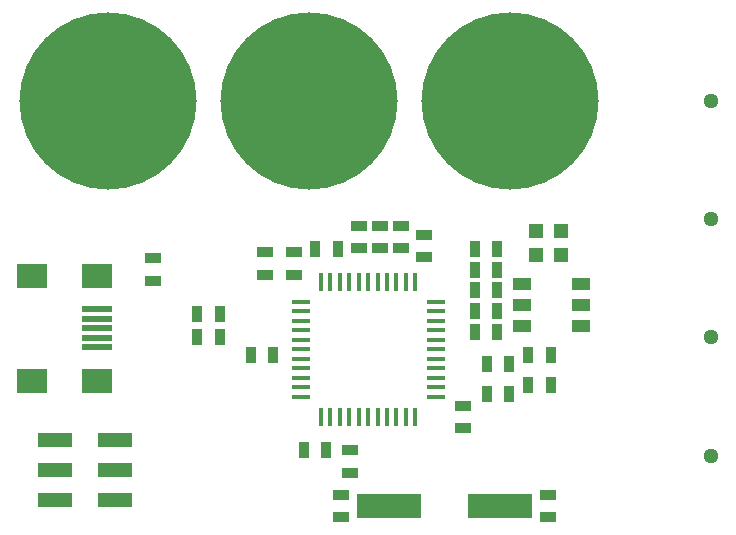
<source format=gtp>
G04 (created by PCBNEW (2013-feb-26)-stable) date Thu 28 Mar 2013 17:39:21 GMT*
%MOIN*%
G04 Gerber Fmt 3.4, Leading zero omitted, Abs format*
%FSLAX34Y34*%
G01*
G70*
G90*
G04 APERTURE LIST*
%ADD10C,2.3622e-06*%
%ADD11R,0.0984X0.0197*%
%ADD12R,0.0984X0.0787*%
%ADD13R,0.016X0.06*%
%ADD14R,0.06X0.016*%
%ADD15R,0.1181X0.0512*%
%ADD16R,0.035X0.055*%
%ADD17R,0.055X0.035*%
%ADD18R,0.2165X0.0787*%
%ADD19R,0.0472X0.0472*%
%ADD20C,0.5906*%
%ADD21C,0.0512*%
%ADD22R,0.0591X0.0394*%
G04 APERTURE END LIST*
G54D10*
G54D11*
X20500Y-26620D03*
X20500Y-26935D03*
X20500Y-27250D03*
X20500Y-27565D03*
X20500Y-27880D03*
G54D12*
X20500Y-25498D03*
X20500Y-29002D03*
X18335Y-29002D03*
X18335Y-25498D03*
G54D13*
X29528Y-25703D03*
X29213Y-25703D03*
X28898Y-25703D03*
X28583Y-25703D03*
X28268Y-25703D03*
X27953Y-25703D03*
X29843Y-25703D03*
X30158Y-25703D03*
X30473Y-25703D03*
X30788Y-25703D03*
X31103Y-25703D03*
X29528Y-30203D03*
X29213Y-30203D03*
X28898Y-30203D03*
X28583Y-30203D03*
X28268Y-30203D03*
X27953Y-30203D03*
X29843Y-30203D03*
X30158Y-30203D03*
X30473Y-30203D03*
X30788Y-30203D03*
X31103Y-30203D03*
G54D14*
X27278Y-27953D03*
X31778Y-27953D03*
X27278Y-28268D03*
X31778Y-28268D03*
X31778Y-28583D03*
X27278Y-28583D03*
X27278Y-28898D03*
X31778Y-28898D03*
X31778Y-29213D03*
X27278Y-29213D03*
X27278Y-29528D03*
X31778Y-29528D03*
X31778Y-27638D03*
X27278Y-27638D03*
X27278Y-27323D03*
X31778Y-27323D03*
X31778Y-27008D03*
X27278Y-27008D03*
X27278Y-26693D03*
X31778Y-26693D03*
X31778Y-26378D03*
X27278Y-26378D03*
G54D15*
X19079Y-30988D03*
X21079Y-30988D03*
X19079Y-31988D03*
X21079Y-31988D03*
X19079Y-32988D03*
X21079Y-32988D03*
G54D16*
X28131Y-31299D03*
X27381Y-31299D03*
X23838Y-26773D03*
X24588Y-26773D03*
X24588Y-27560D03*
X23838Y-27560D03*
X33090Y-24606D03*
X33840Y-24606D03*
X33090Y-25295D03*
X33840Y-25295D03*
X33090Y-27362D03*
X33840Y-27362D03*
G54D17*
X22343Y-25670D03*
X22343Y-24920D03*
X35531Y-32794D03*
X35531Y-33544D03*
X28642Y-32794D03*
X28642Y-33544D03*
G54D16*
X27775Y-24606D03*
X28525Y-24606D03*
G54D17*
X32677Y-29842D03*
X32677Y-30592D03*
G54D16*
X26359Y-28150D03*
X25609Y-28150D03*
G54D17*
X31398Y-24883D03*
X31398Y-24133D03*
X27067Y-24723D03*
X27067Y-25473D03*
X28937Y-31318D03*
X28937Y-32068D03*
G54D18*
X30237Y-33169D03*
X33937Y-33169D03*
G54D19*
X35118Y-24803D03*
X35944Y-24803D03*
X35118Y-24016D03*
X35944Y-24016D03*
G54D20*
X34252Y-19685D03*
X27559Y-19685D03*
X20866Y-19685D03*
G54D21*
X40945Y-31496D03*
X40945Y-27559D03*
X40945Y-23622D03*
X40945Y-19685D03*
G54D16*
X33090Y-26673D03*
X33840Y-26673D03*
X33090Y-25984D03*
X33840Y-25984D03*
G54D22*
X34646Y-25787D03*
X34646Y-26476D03*
X34646Y-27165D03*
X36615Y-25788D03*
X36615Y-26477D03*
X36615Y-27166D03*
G54D17*
X26083Y-24723D03*
X26083Y-25473D03*
X29232Y-24588D03*
X29232Y-23838D03*
X29921Y-24588D03*
X29921Y-23838D03*
X30610Y-24588D03*
X30610Y-23838D03*
G54D16*
X34861Y-28150D03*
X35611Y-28150D03*
X33483Y-28445D03*
X34233Y-28445D03*
X34861Y-29134D03*
X35611Y-29134D03*
X33483Y-29429D03*
X34233Y-29429D03*
M02*

</source>
